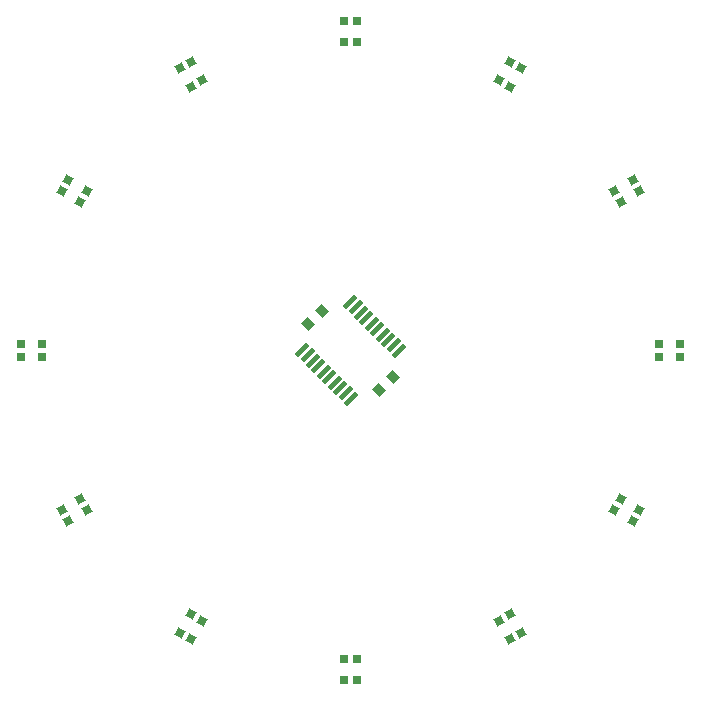
<source format=gtp>
G04 #@! TF.GenerationSoftware,KiCad,Pcbnew,8.0.0*
G04 #@! TF.CreationDate,2024-12-09T22:18:02+01:00*
G04 #@! TF.ProjectId,xmasOrnament2024,786d6173-4f72-46e6-916d-656e74323032,rev?*
G04 #@! TF.SameCoordinates,Original*
G04 #@! TF.FileFunction,Paste,Top*
G04 #@! TF.FilePolarity,Positive*
%FSLAX46Y46*%
G04 Gerber Fmt 4.6, Leading zero omitted, Abs format (unit mm)*
G04 Created by KiCad (PCBNEW 8.0.0) date 2024-12-09 22:18:02*
%MOMM*%
%LPD*%
G01*
G04 APERTURE LIST*
G04 Aperture macros list*
%AMRotRect*
0 Rectangle, with rotation*
0 The origin of the aperture is its center*
0 $1 length*
0 $2 width*
0 $3 Rotation angle, in degrees counterclockwise*
0 Add horizontal line*
21,1,$1,$2,0,0,$3*%
G04 Aperture macros list end*
%ADD10R,0.700000X0.700000*%
%ADD11RotRect,0.700000X0.700000X30.000000*%
%ADD12RotRect,0.700000X0.700000X210.000000*%
%ADD13RotRect,1.350000X0.400000X45.000000*%
%ADD14RotRect,0.800000X0.950000X45.000000*%
%ADD15RotRect,0.700000X0.700000X330.000000*%
%ADD16RotRect,0.700000X0.700000X150.000000*%
%ADD17RotRect,0.700000X0.700000X240.000000*%
%ADD18RotRect,0.800000X0.950000X225.000000*%
%ADD19RotRect,0.700000X0.700000X300.000000*%
%ADD20RotRect,0.700000X0.700000X120.000000*%
%ADD21RotRect,0.700000X0.700000X60.000000*%
G04 APERTURE END LIST*
D10*
X143300000Y-123615000D03*
X144400000Y-123615000D03*
X144400000Y-121785000D03*
X143300000Y-121785000D03*
D11*
X119399901Y-109181186D03*
X119949901Y-110133814D03*
X121534727Y-109218814D03*
X120984727Y-108266186D03*
D12*
X168300099Y-82218814D03*
X167750099Y-81266186D03*
X166165273Y-82181186D03*
X166715273Y-83133814D03*
D13*
X139748781Y-95664645D03*
X140208400Y-96124264D03*
X140668019Y-96583883D03*
X141127639Y-97043503D03*
X141587258Y-97503122D03*
X142046878Y-97962742D03*
X142506497Y-98422361D03*
X142966117Y-98881981D03*
X143425736Y-99341600D03*
X143885355Y-99801219D03*
X147951219Y-95735355D03*
X147491600Y-95275736D03*
X147031981Y-94816117D03*
X146572361Y-94356497D03*
X146112742Y-93896878D03*
X145653122Y-93437258D03*
X145193503Y-92977639D03*
X144733883Y-92518019D03*
X144274264Y-92058400D03*
X143814645Y-91598781D03*
D14*
X146266637Y-99083363D03*
X147433363Y-97916637D03*
D15*
X119949901Y-81266186D03*
X119399901Y-82218814D03*
X120984727Y-83133814D03*
X121534727Y-82181186D03*
D10*
X115935000Y-95150000D03*
X115935000Y-96250000D03*
X117765000Y-96250000D03*
X117765000Y-95150000D03*
D16*
X167750099Y-110133814D03*
X168300099Y-109181186D03*
X166715273Y-108266186D03*
X166165273Y-109218814D03*
D17*
X158283814Y-71799901D03*
X157331186Y-71249901D03*
X156416186Y-72834727D03*
X157368814Y-73384727D03*
D18*
X141433363Y-92316637D03*
X140266637Y-93483363D03*
D19*
X130368814Y-71249901D03*
X129416186Y-71799901D03*
X130331186Y-73384727D03*
X131283814Y-72834727D03*
D20*
X157331186Y-120150099D03*
X158283814Y-119600099D03*
X157368814Y-118015273D03*
X156416186Y-118565273D03*
D21*
X129416186Y-119600099D03*
X130368814Y-120150099D03*
X131283814Y-118565273D03*
X130331186Y-118015273D03*
D10*
X144400000Y-67785000D03*
X143300000Y-67785000D03*
X143300000Y-69615000D03*
X144400000Y-69615000D03*
X171765000Y-96250000D03*
X171765000Y-95150000D03*
X169935000Y-95150000D03*
X169935000Y-96250000D03*
M02*

</source>
